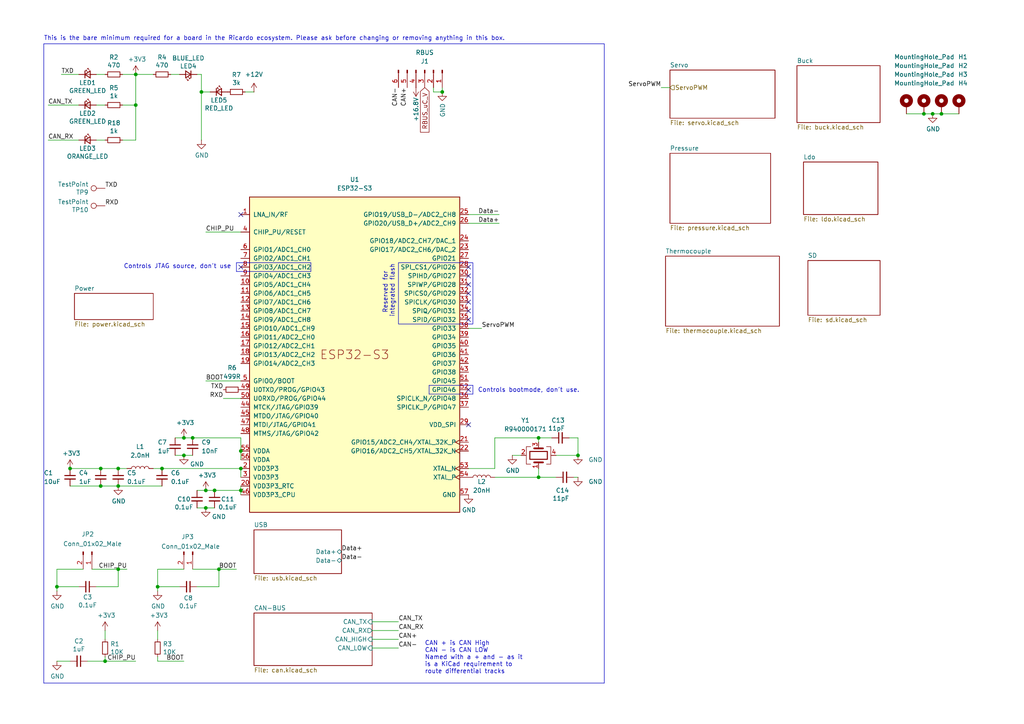
<source format=kicad_sch>
(kicad_sch (version 20250114) (generator "eeschema") (generator_version "9.0")
  (paper "A4")
  (lib_symbols
    (symbol "Connector:Conn_01x02_Male" (pin_names (offset 1.016) (hide yes))
      (property "Reference" "J" (at 0 2.54 0))
      (property "Value" "Conn_01x02_Male" (at 0 -5.08 0))
      (symbol "Conn_01x02_Male_1_1"
        (rectangle (start 0.8636 0.127) (end 0 -0.127) (stroke (width 0.1524)) (fill (type outline)))
        (rectangle (start 0.8636 -2.413) (end 0 -2.667) (stroke (width 0.1524)) (fill (type outline)))
        (polyline (pts (xy 1.27 0) (xy 0.8636 0)) (stroke (width 0.1524)))
        (polyline (pts (xy 1.27 -2.54) (xy 0.8636 -2.54)) (stroke (width 0.1524)))
        (pin passive line (at 5.08 0 180) (length 3.81) (name "Pin_1") (number "1"))
        (pin passive line (at 5.08 -2.54 180) (length 3.81) (name "Pin_2") (number "2"))
      )
    )
    (symbol "Connector:Conn_01x06_Male" (pin_names (offset 1.016) (hide yes))
      (property "Reference" "J" (at 0 7.62 0))
      (property "Value" "Conn_01x06_Male" (at 0 -10.16 0))
      (symbol "Conn_01x06_Male_1_1"
        (rectangle (start 0.8636 5.207) (end 0 4.953) (stroke (width 0.1524)) (fill (type outline)))
        (rectangle (start 0.8636 2.667) (end 0 2.413) (stroke (width 0.1524)) (fill (type outline)))
        (rectangle (start 0.8636 0.127) (end 0 -0.127) (stroke (width 0.1524)) (fill (type outline)))
        (rectangle (start 0.8636 -2.413) (end 0 -2.667) (stroke (width 0.1524)) (fill (type outline)))
        (rectangle (start 0.8636 -4.953) (end 0 -5.207) (stroke (width 0.1524)) (fill (type outline)))
        (rectangle (start 0.8636 -7.493) (end 0 -7.747) (stroke (width 0.1524)) (fill (type outline)))
        (polyline (pts (xy 1.27 5.08) (xy 0.8636 5.08)) (stroke (width 0.1524)))
        (polyline (pts (xy 1.27 2.54) (xy 0.8636 2.54)) (stroke (width 0.1524)))
        (polyline (pts (xy 1.27 0) (xy 0.8636 0)) (stroke (width 0.1524)))
        (polyline (pts (xy 1.27 -2.54) (xy 0.8636 -2.54)) (stroke (width 0.1524)))
        (polyline (pts (xy 1.27 -5.08) (xy 0.8636 -5.08)) (stroke (width 0.1524)))
        (polyline (pts (xy 1.27 -7.62) (xy 0.8636 -7.62)) (stroke (width 0.1524)))
        (pin passive line (at 5.08 5.08 180) (length 3.81) (name "Pin_1") (number "1"))
        (pin passive line (at 5.08 2.54 180) (length 3.81) (name "Pin_2") (number "2"))
        (pin passive line (at 5.08 0 180) (length 3.81) (name "Pin_3") (number "3"))
        (pin passive line (at 5.08 -2.54 180) (length 3.81) (name "Pin_4") (number "4"))
        (pin passive line (at 5.08 -5.08 180) (length 3.81) (name "Pin_5") (number "5"))
        (pin passive line (at 5.08 -7.62 180) (length 3.81) (name "Pin_6") (number "6"))
      )
    )
    (symbol "Connector:TestPoint" (pin_numbers (hide yes)) (pin_names (offset 0.762) (hide yes))
      (property "Reference" "TP" (at 0 6.858 0))
      (property "Value" "TestPoint" (at 0 5.08 0))
      (symbol "TestPoint_0_1"
        (circle (center 0 3.302) (radius 0.762))
      )
      (symbol "TestPoint_1_1"
        (pin passive line (at 0 0 90) (length 2.54) (name "1") (number "1"))
      )
    )
    (symbol "Device:C_Small" (pin_numbers (hide yes)) (pin_names (offset 0.254) (hide yes))
      (property "Reference" "C" (at 0.254 1.778 0))
      (property "Value" "C_Small" (at 0.254 -2.032 0))
      (symbol "C_Small_0_1"
        (polyline (pts (xy -1.524 0.508) (xy 1.524 0.508)) (stroke (width 0.3048)))
        (polyline (pts (xy -1.524 -0.508) (xy 1.524 -0.508)) (stroke (width 0.3302)))
      )
      (symbol "C_Small_1_1"
        (pin passive line (at 0 2.54 270) (length 2.032) (name "~") (number "1"))
        (pin passive line (at 0 -2.54 90) (length 2.032) (name "~") (number "2"))
      )
    )
    (symbol "Device:Crystal_GND24" (pin_names (offset 1.016) (hide yes))
      (property "Reference" "Y" (at 3.175 5.08 0))
      (property "Value" "Crystal_GND24" (at 3.175 3.175 0))
      (symbol "Crystal_GND24_0_1"
        (polyline (pts (xy -2.54 2.286) (xy -2.54 3.556) (xy 2.54 3.556) (xy 2.54 2.286)))
        (polyline (pts (xy -2.54 0) (xy -2.032 0)))
        (polyline (pts (xy -2.54 -2.286) (xy -2.54 -3.556) (xy 2.54 -3.556) (xy 2.54 -2.286)))
        (polyline (pts (xy -2.032 -1.27) (xy -2.032 1.27)) (stroke (width 0.508)))
        (rectangle (start -1.143 2.54) (end 1.143 -2.54) (stroke (width 0.3048)))
        (polyline (pts (xy 0 3.556) (xy 0 3.81)))
        (polyline (pts (xy 0 -3.81) (xy 0 -3.556)))
        (polyline (pts (xy 2.032 0) (xy 2.54 0)))
        (polyline (pts (xy 2.032 -1.27) (xy 2.032 1.27)) (stroke (width 0.508)))
      )
      (symbol "Crystal_GND24_1_1"
        (pin passive line (at -3.81 0 0) (length 1.27) (name "1") (number "1"))
        (pin passive line (at 0 5.08 270) (length 1.27) (name "2") (number "2"))
        (pin passive line (at 0 -5.08 90) (length 1.27) (name "4") (number "4"))
        (pin passive line (at 3.81 0 180) (length 1.27) (name "3") (number "3"))
      )
    )
    (symbol "Device:L" (pin_numbers (hide yes)) (pin_names (offset 1.016) (hide yes))
      (property "Reference" "L" (at -1.27 0 90))
      (property "Value" "L" (at 1.905 0 90))
      (symbol "L_0_1"
        (arc (start 0 2.54) (mid 0.6323 1.905) (end 0 1.27))
        (arc (start 0 1.27) (mid 0.6323 0.635) (end 0 0))
        (arc (start 0 0) (mid 0.6323 -0.635) (end 0 -1.27))
        (arc (start 0 -1.27) (mid 0.6323 -1.905) (end 0 -2.54))
      )
      (symbol "L_1_1"
        (pin passive line (at 0 3.81 270) (length 1.27) (name "1") (number "1"))
        (pin passive line (at 0 -3.81 90) (length 1.27) (name "2") (number "2"))
      )
    )
    (symbol "Device:LED_Small" (pin_numbers (hide yes)) (pin_names (offset 0.254) (hide yes))
      (property "Reference" "D" (at -1.27 3.175 0))
      (property "Value" "LED_Small" (at -4.445 -2.54 0))
      (symbol "LED_Small_0_1"
        (polyline (pts (xy -0.762 -1.016) (xy -0.762 1.016)) (stroke (width 0.254)))
        (polyline (pts (xy 0 0.762) (xy -0.508 1.27) (xy -0.254 1.27) (xy -0.508 1.27) (xy -0.508 1.016)))
        (polyline (pts (xy 0.508 1.27) (xy 0 1.778) (xy 0.254 1.778) (xy 0 1.778) (xy 0 1.524)))
        (polyline (pts (xy 0.762 -1.016) (xy -0.762 0) (xy 0.762 1.016) (xy 0.762 -1.016)) (stroke (width 0.254)))
        (polyline (pts (xy 1.016 0) (xy -0.762 0)))
      )
      (symbol "LED_Small_1_1"
        (pin passive line (at -2.54 0 0) (length 1.778) (name "K") (number "1"))
        (pin passive line (at 2.54 0 180) (length 1.778) (name "A") (number "2"))
      )
    )
    (symbol "Device:R_Small" (pin_numbers (hide yes)) (pin_names (offset 0.254) (hide yes))
      (property "Reference" "R" (at 0.762 0.508 0))
      (property "Value" "R_Small" (at 0.762 -1.016 0))
      (symbol "R_Small_0_1"
        (rectangle (start -0.762 1.778) (end 0.762 -1.778) (stroke (width 0.2032)))
      )
      (symbol "R_Small_1_1"
        (pin passive line (at 0 2.54 270) (length 0.762) (name "~") (number "1"))
        (pin passive line (at 0 -2.54 90) (length 0.762) (name "~") (number "2"))
      )
    )
    (symbol "Espressif:ESP32-S3" (pin_names (offset 1.016))
      (property "Reference" "U" (at 0 48.26 0))
      (property "Value" "ESP32-S3" (at 0 -48.26 0))
      (symbol "ESP32-S3_0_0"
        (text "ESP32-S3" (at 0 0 0) (effects (font (size 2.54 2.54))))
        (pin bidirectional line (at 33.02 -12.7 180) (length 2.54) (name "SPICLK_N/GPIO48") (number "36"))
        (pin bidirectional line (at 33.02 -15.24 180) (length 2.54) (name "SPICLK_P/GPIO47") (number "37"))
      )
      (symbol "ESP32-S3_0_1"
        (rectangle (start -30.48 45.72) (end 30.48 -45.72) (stroke (width 0.254)) (fill (type background)))
      )
      (symbol "ESP32-S3_1_1"
        (pin bidirectional line (at -33.02 40.64 0) (length 2.54) (name "LNA_IN/RF") (number "1"))
        (pin input line (at -33.02 35.56 0) (length 2.54) (name "CHIP_PU/RESET") (number "4"))
        (pin bidirectional line (at -33.02 30.48 0) (length 2.54) (name "GPIO1/ADC1_CH0") (number "6"))
        (pin bidirectional line (at -33.02 27.94 0) (length 2.54) (name "GPIO2/ADC1_CH1") (number "7"))
        (pin bidirectional line (at -33.02 25.4 0) (length 2.54) (name "GPIO3/ADC1_CH2") (number "8"))
        (pin bidirectional line (at -33.02 22.86 0) (length 2.54) (name "GPIO4/ADC1_CH3") (number "9"))
        (pin bidirectional line (at -33.02 20.32 0) (length 2.54) (name "GPIO5/ADC1_CH4") (number "10"))
        (pin bidirectional line (at -33.02 17.78 0) (length 2.54) (name "GPIO6/ADC1_CH5") (number "11"))
        (pin bidirectional line (at -33.02 15.24 0) (length 2.54) (name "GPIO7/ADC1_CH6") (number "12"))
        (pin bidirectional line (at -33.02 12.7 0) (length 2.54) (name "GPIO8/ADC1_CH7") (number "13"))
        (pin bidirectional line (at -33.02 10.16 0) (length 2.54) (name "GPIO9/ADC1_CH8") (number "14"))
        (pin bidirectional line (at -33.02 7.62 0) (length 2.54) (name "GPIO10/ADC1_CH9") (number "15"))
        (pin bidirectional line (at -33.02 5.08 0) (length 2.54) (name "GPIO11/ADC2_CH0") (number "16"))
        (pin bidirectional line (at -33.02 2.54 0) (length 2.54) (name "GPIO12/ADC2_CH1") (number "17"))
        (pin bidirectional line (at -33.02 0 0) (length 2.54) (name "GPIO13/ADC2_CH2") (number "18"))
        (pin bidirectional line (at -33.02 -2.54 0) (length 2.54) (name "GPIO14/ADC2_CH3") (number "19"))
        (pin bidirectional line (at -33.02 -7.62 0) (length 2.54) (name "GPIO0/BOOT") (number "5"))
        (pin bidirectional line (at -33.02 -10.16 0) (length 2.54) (name "U0TXD/PROG/GPIO43") (number "49"))
        (pin bidirectional line (at -33.02 -12.7 0) (length 2.54) (name "U0RXD/PROG/GPIO44") (number "50"))
        (pin bidirectional line (at -33.02 -15.24 0) (length 2.54) (name "MTCK/JTAG/GPIO39") (number "44"))
        (pin bidirectional line (at -33.02 -17.78 0) (length 2.54) (name "MTDO/JTAG/GPIO40") (number "45"))
        (pin bidirectional line (at -33.02 -20.32 0) (length 2.54) (name "MTDI/JTAG/GPIO41") (number "47"))
        (pin bidirectional line (at -33.02 -22.86 0) (length 2.54) (name "MTMS/JTAG/GPIO42") (number "48"))
        (pin power_in line (at -33.02 -27.94 0) (length 2.54) (name "VDDA") (number "55"))
        (pin power_in line (at -33.02 -30.48 0) (length 2.54) (name "VDDA") (number "56"))
        (pin power_in line (at -33.02 -33.02 0) (length 2.54) (name "VDD3P3") (number "2"))
        (pin power_in line (at -33.02 -35.56 0) (length 2.54) (name "VDD3P3") (number "3"))
        (pin power_in line (at -33.02 -38.1 0) (length 2.54) (name "VDD3P3_RTC") (number "20"))
        (pin power_in line (at -33.02 -40.64 0) (length 2.54) (name "VDD3P3_CPU") (number "46"))
        (pin bidirectional line (at 33.02 40.64 180) (length 2.54) (name "GPIO19/USB_D-/ADC2_CH8") (number "25"))
        (pin bidirectional line (at 33.02 38.1 180) (length 2.54) (name "GPIO20/USB_D+/ADC2_CH9") (number "26"))
        (pin bidirectional line (at 33.02 33.02 180) (length 2.54) (name "GPIO18/ADC2_CH7/DAC_1") (number "24"))
        (pin bidirectional line (at 33.02 30.48 180) (length 2.54) (name "GPIO17/ADC2_CH6/DAC_2") (number "23"))
        (pin bidirectional line (at 33.02 27.94 180) (length 2.54) (name "GPIO21") (number "27"))
        (pin bidirectional line (at 33.02 25.4 180) (length 2.54) (name "SPI_CS1/GPIO26") (number "28"))
        (pin bidirectional line (at 33.02 22.86 180) (length 2.54) (name "SPIHD/GPIO27") (number "30"))
        (pin bidirectional line (at 33.02 20.32 180) (length 2.54) (name "SPIWP/GPIO28") (number "31"))
        (pin bidirectional line (at 33.02 17.78 180) (length 2.54) (name "SPICS0/GPIO29") (number "32"))
        (pin bidirectional line (at 33.02 15.24 180) (length 2.54) (name "SPICLK/GPIO30") (number "33"))
        (pin bidirectional line (at 33.02 12.7 180) (length 2.54) (name "SPIQ/GPIO31") (number "34"))
        (pin bidirectional line (at 33.02 10.16 180) (length 2.54) (name "SPID/GPIO32") (number "35"))
        (pin bidirectional line (at 33.02 7.62 180) (length 2.54) (name "GPIO33") (number "38"))
        (pin bidirectional line (at 33.02 5.08 180) (length 2.54) (name "GPIO34") (number "39"))
        (pin bidirectional line (at 33.02 2.54 180) (length 2.54) (name "GPIO35") (number "40"))
        (pin bidirectional line (at 33.02 0 180) (length 2.54) (name "GPIO36") (number "41"))
        (pin bidirectional line (at 33.02 -2.54 180) (length 2.54) (name "GPIO37") (number "42"))
        (pin bidirectional line (at 33.02 -5.08 180) (length 2.54) (name "GPIO38") (number "43"))
        (pin bidirectional line (at 33.02 -7.62 180) (length 2.54) (name "GPIO45") (number "51"))
        (pin bidirectional line (at 33.02 -10.16 180) (length 2.54) (name "GPIO46") (number "52"))
        (pin power_out line (at 33.02 -20.32 180) (length 2.54) (name "VDD_SPI") (number "29"))
        (pin input clock (at 33.02 -25.4 180) (length 2.54) (name "GPIO15/ADC2_CH4/XTAL_32K_P") (number "21"))
        (pin output clock (at 33.02 -27.94 180) (length 2.54) (name "GPIO16/ADC2_CH5/XTAL_32K_N") (number "22"))
        (pin input clock (at 33.02 -33.02 180) (length 2.54) (name "XTAL_N") (number "53"))
        (pin output clock (at 33.02 -35.56 180) (length 2.54) (name "XTAL_P") (number "54"))
        (pin power_in line (at 33.02 -40.64 180) (length 2.54) (name "GND") (number "57"))
      )
    )
    (symbol "Mechanical:MountingHole_Pad" (pin_numbers (hide yes)) (pin_names (offset 1.016) (hide yes)) (exclude_from_sim yes) (in_bom no)
      (property "Reference" "H" (at 0 6.35 0))
      (property "Value" "MountingHole_Pad" (at 0 4.445 0))
      (symbol "MountingHole_Pad_0_1"
        (circle (center 0 1.27) (radius 1.27) (stroke (width 1.27)))
      )
      (symbol "MountingHole_Pad_1_1"
        (pin input line (at 0 -2.54 90) (length 2.54) (name "1") (number "1"))
      )
    )
    (symbol "power:+12V" (power) (pin_numbers (hide yes)) (pin_names (offset 0) (hide yes))
      (property "Value" "+12V" (at 0 3.556 0))
      (symbol "+12V_0_1"
        (polyline (pts (xy -0.762 1.27) (xy 0 2.54)))
        (polyline (pts (xy 0 2.54) (xy 0.762 1.27)))
        (polyline (pts (xy 0 0) (xy 0 2.54)))
      )
      (symbol "+12V_1_1"
        (pin power_in line (at 0 0 90) (length 0) (name "~") (number "1"))
      )
    )
    (symbol "power:+3.3V" (power) (pin_numbers (hide yes)) (pin_names (offset 0) (hide yes))
      (property "Value" "+3.3V" (at 0 3.556 0))
      (symbol "+3.3V_0_1"
        (polyline (pts (xy -0.762 1.27) (xy 0 2.54)))
        (polyline (pts (xy 0 2.54) (xy 0.762 1.27)))
        (polyline (pts (xy 0 0) (xy 0 2.54)))
      )
      (symbol "+3.3V_1_1"
        (pin power_in line (at 0 0 90) (length 0) (name "~") (number "1"))
      )
    )
    (symbol "power:GND" (power) (pin_numbers (hide yes)) (pin_names (offset 0) (hide yes))
      (property "Value" "GND" (at 0 -3.81 0))
      (symbol "GND_0_1"
        (polyline (pts (xy 0 0) (xy 0 -1.27) (xy 1.27 -1.27) (xy 0 -2.54) (xy -1.27 -1.27) (xy 0 -1.27)))
      )
      (symbol "GND_1_1"
        (pin power_in line (at 0 0 270) (length 0) (name "~") (number "1"))
      )
    )
  )
  (rectangle (start 115.57 76.2) (end 137.16 93.98))
  (text "Controls bootmode, don't use.\n" (at 138.5894 113.9757 0) (effects (font (size 1.27 1.27)) (justify left bottom)))
  (text "This is the bare minimum required for a board in the Ricardo ecosystem. Please ask before changing or removing anything in this box.\n\n" (at 12.7 13.97 0) (effects (font (size 1.27 1.27)) (justify left bottom)))
  (text "CAN + is CAN High\nCAN - is CAN LOW\nNamed with a + and - as it\nis a KiCad requirement to\nroute differential tracks\n" (at 123.19 195.58 0) (effects (font (size 1.27 1.27)) (justify left bottom)))
  (text "Controls JTAG source, don't use\n" (at 67.0857 78.0878 0) (effects (font (size 1.27 1.27)) (justify right bottom)))
  (text "Reserved for \nintegrated flash" (at 112.776 84.328 90) (effects (font (size 1.27 1.27))))
  (junction (at 39.37 21.59))
  (junction (at 59.69 142.24))
  (junction (at 53.34 127))
  (junction (at 58.42 26.67))
  (junction (at 39.37 30.48))
  (junction (at 30.48 191.77))
  (junction (at 69.85 142.24))
  (junction (at 55.88 127))
  (junction (at 63.5 165.1))
  (junction (at 59.69 147.32))
  (junction (at 62.23 142.24))
  (junction (at 34.29 135.89))
  (junction (at 20.32 135.89))
  (junction (at 45.72 170.18))
  (junction (at 29.21 135.89))
  (junction (at 34.29 140.97))
  (junction (at 156.21 127))
  (junction (at 273.05 33.02))
  (junction (at 53.34 132.08))
  (junction (at 156.21 138.43))
  (junction (at 69.85 130.81))
  (junction (at 29.21 140.97))
  (junction (at 16.51 170.18))
  (junction (at 270.51 33.02))
  (junction (at 267.97 33.02))
  (junction (at 167.64 132.08))
  (junction (at 46.99 135.89))
  (junction (at 128.27 26.67))
  (junction (at 34.29 165.1))
  (junction (at 69.85 135.89))
  (no_connect (at 135.89 77.47))
  (no_connect (at 135.89 87.63))
  (no_connect (at 135.89 85.09))
  (no_connect (at 135.89 90.17))
  (no_connect (at 135.89 80.01))
  (no_connect (at 135.89 92.71))
  (no_connect (at 69.85 77.47))
  (no_connect (at 69.85 62.23))
  (no_connect (at 135.89 113.03))
  (no_connect (at 135.89 82.55))
  (no_connect (at 135.89 123.19))
  (wire (pts (xy 30.48 191.77) (xy 30.48 190.5)))
  (wire (pts (xy 135.89 62.23) (xy 144.78 62.23)))
  (wire (pts (xy 69.85 135.89) (xy 69.85 138.43)))
  (polyline (pts (xy 90.17 78.74) (xy 68.58 78.74)))
  (wire (pts (xy 63.5 170.18) (xy 63.5 165.1)))
  (polyline (pts (xy 68.58 76.2) (xy 68.58 78.74)))
  (wire (pts (xy 60.96 26.67) (xy 58.42 26.67)))
  (wire (pts (xy 16.51 191.77) (xy 20.32 191.77)))
  (wire (pts (xy 107.95 180.34) (xy 115.57 180.34)))
  (wire (pts (xy 128.27 25.4) (xy 128.27 26.67)))
  (wire (pts (xy 160.02 127) (xy 156.21 127)))
  (wire (pts (xy 35.56 30.48) (xy 39.37 30.48)))
  (wire (pts (xy 45.72 165.1) (xy 53.34 165.1)))
  (wire (pts (xy 125.73 26.67) (xy 128.27 26.67)))
  (wire (pts (xy 58.42 21.59) (xy 57.15 21.59)))
  (wire (pts (xy 29.21 135.89) (xy 34.29 135.89)))
  (wire (pts (xy 143.51 138.43) (xy 156.21 138.43)))
  (wire (pts (xy 59.69 110.49) (xy 69.85 110.49)))
  (polyline (pts (xy 12.7 12.7) (xy 12.7 198.12)))
  (wire (pts (xy 267.97 33.02) (xy 262.89 33.02)))
  (wire (pts (xy 16.51 170.18) (xy 16.51 171.45)))
  (wire (pts (xy 57.15 170.18) (xy 63.5 170.18)))
  (polyline (pts (xy 137.16 111.76) (xy 137.16 114.3)))
  (wire (pts (xy 68.58 165.1) (xy 63.5 165.1)))
  (wire (pts (xy 139.7 95.25) (xy 135.89 95.25)))
  (wire (pts (xy 27.94 21.59) (xy 30.48 21.59)))
  (wire (pts (xy 16.51 165.1) (xy 16.51 170.18)))
  (wire (pts (xy 161.29 132.08) (xy 167.64 132.08)))
  (wire (pts (xy 30.48 182.88) (xy 30.48 185.42)))
  (wire (pts (xy 57.15 147.32) (xy 59.69 147.32)))
  (polyline (pts (xy 68.58 76.2) (xy 90.17 76.2)))
  (wire (pts (xy 34.29 135.89) (xy 36.83 135.89)))
  (wire (pts (xy 69.85 142.24) (xy 69.85 143.51)))
  (wire (pts (xy 62.23 142.24) (xy 69.85 142.24)))
  (wire (pts (xy 64.77 115.57) (xy 69.85 115.57)))
  (wire (pts (xy 53.34 132.08) (xy 55.88 132.08)))
  (wire (pts (xy 143.51 135.89) (xy 143.51 127)))
  (wire (pts (xy 156.21 127) (xy 156.21 128.27)))
  (wire (pts (xy 34.29 165.1) (xy 36.83 165.1)))
  (wire (pts (xy 191.77 25.4) (xy 194.31 25.4)))
  (wire (pts (xy 50.8 132.08) (xy 53.34 132.08)))
  (polyline (pts (xy 124.46 111.76) (xy 124.46 114.3)))
  (wire (pts (xy 35.56 40.64) (xy 39.37 40.64)))
  (polyline (pts (xy 12.7 12.7) (xy 175.26 12.7)))
  (wire (pts (xy 39.37 30.48) (xy 39.37 40.64)))
  (wire (pts (xy 44.45 135.89) (xy 46.99 135.89)))
  (wire (pts (xy 69.85 130.81) (xy 69.85 133.35)))
  (wire (pts (xy 39.37 30.48) (xy 39.37 21.59)))
  (wire (pts (xy 22.86 170.18) (xy 16.51 170.18)))
  (wire (pts (xy 27.94 40.64) (xy 30.48 40.64)))
  (wire (pts (xy 50.8 127) (xy 53.34 127)))
  (wire (pts (xy 17.78 21.59) (xy 22.86 21.59)))
  (wire (pts (xy 13.97 30.48) (xy 22.86 30.48)))
  (wire (pts (xy 52.07 170.18) (xy 45.72 170.18)))
  (wire (pts (xy 278.13 33.02) (xy 273.05 33.02)))
  (wire (pts (xy 29.21 140.97) (xy 34.29 140.97)))
  (wire (pts (xy 35.56 21.59) (xy 39.37 21.59)))
  (wire (pts (xy 55.88 127) (xy 69.85 127)))
  (wire (pts (xy 107.95 187.96) (xy 115.57 187.96)))
  (wire (pts (xy 107.95 182.88) (xy 115.57 182.88)))
  (wire (pts (xy 69.85 127) (xy 69.85 130.81)))
  (polyline (pts (xy 137.16 114.3) (xy 124.46 114.3)))
  (wire (pts (xy 55.88 165.1) (xy 63.5 165.1)))
  (wire (pts (xy 125.73 25.4) (xy 125.73 26.67)))
  (wire (pts (xy 25.4 191.77) (xy 30.48 191.77)))
  (wire (pts (xy 273.05 33.02) (xy 270.51 33.02)))
  (wire (pts (xy 135.89 135.89) (xy 143.51 135.89)))
  (wire (pts (xy 45.72 170.18) (xy 45.72 171.45)))
  (wire (pts (xy 45.72 191.77) (xy 45.72 190.5)))
  (wire (pts (xy 49.53 21.59) (xy 52.07 21.59)))
  (wire (pts (xy 148.59 132.08) (xy 151.13 132.08)))
  (wire (pts (xy 58.42 21.59) (xy 58.42 26.67)))
  (wire (pts (xy 161.29 138.43) (xy 156.21 138.43)))
  (wire (pts (xy 59.69 67.31) (xy 69.85 67.31)))
  (wire (pts (xy 53.34 191.77) (xy 45.72 191.77)))
  (wire (pts (xy 58.42 26.67) (xy 58.42 40.64)))
  (wire (pts (xy 156.21 135.89) (xy 156.21 138.43)))
  (wire (pts (xy 34.29 170.18) (xy 34.29 165.1)))
  (polyline (pts (xy 90.17 76.2) (xy 90.17 78.74)))
  (wire (pts (xy 143.51 127) (xy 156.21 127)))
  (wire (pts (xy 167.64 138.43) (xy 166.37 138.43)))
  (wire (pts (xy 20.32 135.89) (xy 29.21 135.89)))
  (wire (pts (xy 167.64 127) (xy 167.64 132.08)))
  (wire (pts (xy 13.97 40.64) (xy 22.86 40.64)))
  (wire (pts (xy 39.37 21.59) (xy 44.45 21.59)))
  (polyline (pts (xy 124.46 111.76) (xy 137.16 111.76)))
  (wire (pts (xy 59.69 147.32) (xy 62.23 147.32)))
  (wire (pts (xy 30.48 191.77) (xy 39.37 191.77)))
  (wire (pts (xy 270.51 33.02) (xy 267.97 33.02)))
  (wire (pts (xy 107.95 185.42) (xy 115.57 185.42)))
  (wire (pts (xy 53.34 127) (xy 55.88 127)))
  (wire (pts (xy 73.66 26.67) (xy 71.12 26.67)))
  (wire (pts (xy 46.99 135.89) (xy 69.85 135.89)))
  (polyline (pts (xy 175.26 12.7) (xy 175.26 198.12)))
  (wire (pts (xy 27.94 30.48) (xy 30.48 30.48)))
  (wire (pts (xy 34.29 140.97) (xy 46.99 140.97)))
  (wire (pts (xy 135.89 64.77) (xy 144.78 64.77)))
  (wire (pts (xy 27.94 170.18) (xy 34.29 170.18)))
  (wire (pts (xy 45.72 165.1) (xy 45.72 170.18)))
  (wire (pts (xy 59.69 142.24) (xy 62.23 142.24)))
  (wire (pts (xy 57.15 142.24) (xy 59.69 142.24)))
  (wire (pts (xy 20.32 140.97) (xy 29.21 140.97)))
  (wire (pts (xy 69.85 142.24) (xy 69.85 140.97)))
  (wire (pts (xy 167.64 127) (xy 165.1 127)))
  (wire (pts (xy 26.67 165.1) (xy 34.29 165.1)))
  (wire (pts (xy 45.72 182.88) (xy 45.72 185.42)))
  (wire (pts (xy 16.51 165.1) (xy 24.13 165.1)))
  (polyline (pts (xy 175.26 198.12) (xy 12.7 198.12)))
  (label "ServoPWM" (at 191.77 25.4 180))
  (label "CHIP_PU" (at 36.83 165.1 180))
  (label "CAN+" (at 115.57 185.42 0))
  (label "Data+" (at 99.06 160.02 0) (property "Netclass" "USB" (effects (hide yes))))
  (label "RXD" (at 30.48 59.69 0))
  (label "Data-" (at 99.06 162.56 0) (property "Netclass" "USB" (effects (hide yes))))
  (label "BOOT" (at 53.34 191.77 180))
  (label "TXD" (at 30.48 54.61 0))
  (label "CAN_RX" (at 13.97 40.64 0))
  (label "CAN-" (at 115.57 25.4 270))
  (label "CAN+" (at 118.11 25.4 270))
  (label "CAN_TX" (at 115.57 180.34 0))
  (label "BOOT" (at 68.58 165.1 180))
  (label "RXD" (at 64.77 115.57 180))
  (label "BOOT" (at 59.69 110.49 0))
  (label "TXD" (at 64.77 113.03 180))
  (label "CAN_TX" (at 13.97 30.48 0))
  (label "CHIP_PU" (at 59.69 67.31 0))
  (label "CAN_RX" (at 115.57 182.88 0))
  (label "Data+" (at 144.78 64.77 180))
  (label "Data-" (at 144.78 62.23 180))
  (label "CAN-" (at 115.57 187.96 0))
  (label "ServoPWM" (at 139.7 95.25 0))
  (label "TXD" (at 17.78 21.59 0))
  (label "CHIP_PU" (at 39.37 191.77 180))
  (global_label "RBUS_uC_V" (shape input) (at 123.19 25.4 270) (property "Intersheetrefs" "${INTERSHEET_REFS}" (effects (hide yes))))
  (hierarchical_label "ServoPWM" (shape input) (at 194.31 25.4 0))
  (symbol (lib_id "power:+3.3V") (at 30.48 182.88 0) (unit 1)
    (property "Reference" "#PWR04" (effects (hide yes)))
    (property "Value" "+3V3" (at 30.861 178.4858 0))
    (property "Description" "Power symbol creates a global label with name \"+3.3V\"" (effects (hide yes)))
  )
  (symbol (lib_id "Device:R_Small") (at 30.48 187.96 0) (unit 1)
    (property "Reference" "R1" (at 31.9786 186.7916 0) (effects (justify left)))
    (property "Value" "10K" (at 31.9786 189.103 0) (effects (justify left)))
    (property "Footprint" "Resistor_SMD:R_0402_1005Metric" (effects (hide yes)))
    (property "Description" "Resistor, small symbol" (effects (hide yes)))
  )
  (symbol (lib_id "Device:C_Small") (at 22.86 191.77 270) (unit 1)
    (property "Reference" "C2" (at 22.86 185.9534 90))
    (property "Value" "1uF" (at 22.86 188.2648 90))
    (property "Footprint" "Capacitor_SMD:C_0402_1005Metric" (effects (hide yes)))
    (property "Description" "Unpolarized capacitor, small symbol" (effects (hide yes)))
  )
  (symbol (lib_id "power:GND") (at 16.51 191.77 0) (unit 1)
    (property "Reference" "#PWR02" (effects (hide yes)))
    (property "Value" "GND" (at 16.637 196.1642 0))
    (property "Description" "Power symbol creates a global label with name \"GND\" , ground" (effects (hide yes)))
  )
  (symbol (lib_id "power:+3.3V") (at 45.72 182.88 0) (unit 1)
    (property "Reference" "#PWR08" (effects (hide yes)))
    (property "Value" "+3V3" (at 46.101 178.4858 0))
    (property "Description" "Power symbol creates a global label with name \"+3.3V\"" (effects (hide yes)))
  )
  (symbol (lib_id "Device:R_Small") (at 45.72 187.96 0) (unit 1)
    (property "Reference" "R3" (at 47.2186 186.7916 0) (effects (justify left)))
    (property "Value" "10K" (at 47.2186 189.103 0) (effects (justify left)))
    (property "Footprint" "Resistor_SMD:R_0402_1005Metric" (effects (hide yes)))
    (property "Description" "Resistor, small symbol" (effects (hide yes)))
  )
  (symbol (lib_id "power:GND") (at 45.72 171.45 0) (unit 1)
    (property "Reference" "#PWR07" (effects (hide yes)))
    (property "Value" "GND" (at 45.847 175.8442 0))
    (property "Description" "Power symbol creates a global label with name \"GND\" , ground" (effects (hide yes)))
  )
  (symbol (lib_id "Device:C_Small") (at 54.61 170.18 270) (unit 1)
    (property "Reference" "C8" (at 54.61 173.4566 90))
    (property "Value" "0.1uF" (at 54.61 175.768 90))
    (property "Footprint" "Capacitor_SMD:C_0402_1005Metric" (effects (hide yes)))
    (property "Description" "Unpolarized capacitor, small symbol" (effects (hide yes)))
  )
  (symbol (lib_id "power:GND") (at 16.51 171.45 0) (unit 1)
    (property "Reference" "#PWR01" (effects (hide yes)))
    (property "Value" "GND" (at 16.637 175.8442 0))
    (property "Description" "Power symbol creates a global label with name \"GND\" , ground" (effects (hide yes)))
  )
  (symbol (lib_id "Device:C_Small") (at 25.4 170.18 270) (unit 1)
    (property "Reference" "C3" (at 25.4 173.2026 90))
    (property "Value" "0.1uF" (at 25.4 175.514 90))
    (property "Footprint" "Capacitor_SMD:C_0402_1005Metric" (effects (hide yes)))
    (property "Description" "Unpolarized capacitor, small symbol" (effects (hide yes)))
  )
  (symbol (lib_id "Device:LED_Small") (at 25.4 21.59 0) (unit 1)
    (property "Reference" "LED1" (at 25.4 24.003 0))
    (property "Value" "GREEN_LED" (at 25.4 26.3144 0))
    (property "Footprint" "LED_SMD:LED_0402_1005Metric" (effects (hide yes)))
    (property "Description" "Light emitting diode, small symbol" (effects (hide yes)))
  )
  (symbol (lib_id "Device:R_Small") (at 33.02 21.59 270) (unit 1)
    (property "Reference" "R2" (at 33.02 16.6116 90))
    (property "Value" "470" (at 33.02 18.923 90))
    (property "Footprint" "Resistor_SMD:R_0402_1005Metric" (effects (hide yes)))
    (property "Description" "Resistor, small symbol" (effects (hide yes)))
  )
  (symbol (lib_id "power:GND") (at 58.42 40.64 0) (unit 1)
    (property "Reference" "#PWR012" (effects (hide yes)))
    (property "Value" "GND" (at 58.547 45.0342 0))
    (property "Description" "Power symbol creates a global label with name \"GND\" , ground" (effects (hide yes)))
  )
  (symbol (lib_id "power:+3.3V") (at 39.37 21.59 0) (unit 1)
    (property "Reference" "#PWR06" (effects (hide yes)))
    (property "Value" "+3V3" (at 39.751 17.1958 0))
    (property "Description" "Power symbol creates a global label with name \"+3.3V\"" (effects (hide yes)))
  )
  (symbol (lib_id "Device:LED_Small") (at 54.61 21.59 180) (unit 1)
    (property "Reference" "LED4" (at 54.61 19.177 0))
    (property "Value" "BLUE_LED" (at 54.61 16.8656 0))
    (property "Footprint" "LED_SMD:LED_0402_1005Metric" (effects (hide yes)))
    (property "Description" "Light emitting diode, small symbol" (effects (hide yes)))
  )
  (symbol (lib_id "Device:R_Small") (at 46.99 21.59 270) (unit 1)
    (property "Reference" "R4" (at 46.99 16.6116 90))
    (property "Value" "470" (at 46.99 18.923 90))
    (property "Footprint" "Resistor_SMD:R_0402_1005Metric" (effects (hide yes)))
    (property "Description" "Resistor, small symbol" (effects (hide yes)))
  )
  (symbol (lib_id "Connector:Conn_01x02_Male") (at 26.67 160.02 270) (unit 1)
    (property "Reference" "JP2" (at 23.622 154.94 90) (effects (justify left)))
    (property "Value" "Conn_01x02_Male" (at 18.288 157.734 90) (effects (justify left)))
    (property "Footprint" "Connector_PinHeader_2.54mm:PinHeader_1x02_P2.54mm_Vertical" (effects (hide yes)))
  )
  (symbol (lib_id "Connector:Conn_01x02_Male") (at 55.88 160.02 270) (unit 1)
    (property "Reference" "JP3" (at 52.578 155.702 90) (effects (justify left)))
    (property "Value" "Conn_01x02_Male" (at 46.736 158.496 90) (effects (justify left)))
    (property "Footprint" "Connector_PinHeader_2.54mm:PinHeader_1x02_P2.54mm_Vertical" (effects (hide yes)))
  )
  (symbol (lib_id "power:GND") (at 128.27 26.67 0) (unit 1)
    (property "Reference" "#PWR018" (effects (hide yes)))
    (property "Value" "GND" (at 128.397 29.9212 90) (effects (justify right)))
    (property "Description" "Power symbol creates a global label with name \"GND\" , ground" (effects (hide yes)))
  )
  (symbol (lib_id "Connector:Conn_01x06_Male") (at 123.19 20.32 270) (unit 1)
    (property "Reference" "J1" (at 123.19 17.78 90))
    (property "Value" "RBUS" (at 123.19 15.24 90))
    (property "Footprint" "iclr:Molex_Mini-Fit_Jr_5569-06A2_2x03_P4.20mm_Horizontal" (effects (hide yes)))
  )
  (symbol (lib_id "Device:LED_Small") (at 63.5 26.67 0) (unit 1)
    (property "Reference" "LED5" (at 63.5 29.083 0))
    (property "Value" "RED_LED" (at 63.5 31.3944 0))
    (property "Footprint" "LED_SMD:LED_0402_1005Metric" (effects (hide yes)))
    (property "Description" "Light emitting diode, small symbol" (effects (hide yes)))
  )
  (symbol (lib_id "Device:R_Small") (at 68.58 26.67 270) (unit 1)
    (property "Reference" "R7" (at 68.58 21.6916 90))
    (property "Value" "3k" (at 68.58 24.003 90))
    (property "Footprint" "Resistor_SMD:R_0402_1005Metric" (effects (hide yes)))
    (property "Description" "Resistor, small symbol" (effects (hide yes)))
  )
  (symbol (lib_id "Device:LED_Small") (at 25.4 30.48 0) (unit 1)
    (property "Reference" "LED2" (at 25.4 32.893 0))
    (property "Value" "GREEN_LED" (at 25.4 35.2044 0))
    (property "Footprint" "LED_SMD:LED_0402_1005Metric" (effects (hide yes)))
    (property "Description" "Light emitting diode, small symbol" (effects (hide yes)))
  )
  (symbol (lib_id "Connector:TestPoint") (at 30.48 54.61 90) (unit 1)
    (property "Reference" "TP9" (at 25.7048 55.7784 90) (effects (justify left)))
    (property "Value" "TestPoint" (at 25.7048 53.467 90) (effects (justify left)))
    (property "Footprint" "TestPoint:TestPoint_Pad_D1.0mm" (effects (hide yes)))
    (property "Description" "test point" (effects (hide yes)))
  )
  (symbol (lib_id "power:GND") (at 167.64 132.08 0) (unit 1)
    (property "Reference" "#PWR021" (effects (hide yes)))
    (property "Value" "GND" (at 172.72 133.35 0))
    (property "Description" "Power symbol creates a global label with name \"GND\" , ground" (effects (hide yes)))
  )
  (symbol (lib_id "power:GND") (at 34.29 140.97 0) (unit 1)
    (property "Reference" "#PWR05" (effects (hide yes)))
    (property "Value" "GND" (at 34.417 145.3642 0))
    (property "Description" "Power symbol creates a global label with name \"GND\" , ground" (effects (hide yes)))
  )
  (symbol (lib_id "Device:C_Small") (at 55.88 129.54 0) (unit 1)
    (property "Reference" "C9" (at 58.42 128.2762 0) (effects (justify left)))
    (property "Value" "10nF" (at 58.42 130.8162 0) (effects (justify left)))
    (property "Footprint" "Capacitor_SMD:C_0402_1005Metric" (effects (hide yes)))
    (property "Description" "Unpolarized capacitor, small symbol" (effects (hide yes)))
  )
  (symbol (lib_id "power:+3.3V") (at 53.34 127 0) (unit 1)
    (property "Reference" "#PWR010" (effects (hide yes)))
    (property "Value" "+3V3" (at 53.721 122.6058 0))
    (property "Description" "Power symbol creates a global label with name \"+3.3V\"" (effects (hide yes)))
  )
  (symbol (lib_id "Mechanical:MountingHole_Pad") (at 267.97 30.48 0) (unit 1)
    (property "Reference" "H2" (at 280.67 19.05 0) (effects (justify right)))
    (property "Value" "MountingHole_Pad" (at 276.86 21.59 0) (effects (justify right)))
    (property "Footprint" "MountingHole:MountingHole_3.2mm_M3_DIN965_Pad" (effects (hide yes)))
    (property "Description" "Mounting Hole with connection" (effects (hide yes)))
  )
  (symbol (lib_id "Device:C_Small") (at 50.8 129.54 0) (unit 1)
    (property "Reference" "C7" (at 45.72 128.27 0) (effects (justify left)))
    (property "Value" "1uF" (at 45.72 130.81 0) (effects (justify left)))
    (property "Footprint" "Capacitor_SMD:C_0402_1005Metric" (effects (hide yes)))
    (property "Description" "Unpolarized capacitor, small symbol" (effects (hide yes)))
  )
  (symbol (lib_id "power:+12V") (at 73.66 26.67 0) (unit 1)
    (property "Reference" "#PWR015" (effects (hide yes)))
    (property "Value" "+12V" (at 73.66 21.59 0))
    (property "Description" "Power symbol creates a global label with name \"+12V\"" (effects (hide yes)))
  )
  (symbol (lib_id "Mechanical:MountingHole_Pad") (at 278.13 30.48 0) (unit 1)
    (property "Reference" "H4" (at 280.67 24.13 0) (effects (justify right)))
    (property "Value" "MountingHole_Pad" (at 276.86 16.51 0) (effects (justify right)))
    (property "Footprint" "MountingHole:MountingHole_3.2mm_M3_DIN965_Pad" (effects (hide yes)))
    (property "Description" "Mounting Hole with connection" (effects (hide yes)))
  )
  (symbol (lib_id "power:GND") (at 59.69 147.32 0) (unit 1)
    (property "Reference" "#PWR014" (effects (hide yes)))
    (property "Value" "GND" (at 63.5 149.86 0))
    (property "Description" "Power symbol creates a global label with name \"GND\" , ground" (effects (hide yes)))
  )
  (symbol (lib_id "power:+12V") (at 120.65 25.4 180) (unit 1)
    (property "Reference" "#PWR017" (effects (hide yes)))
    (property "Value" "+16.8V" (at 120.65 31.75 90))
    (property "Description" "Power symbol creates a global label with name \"+12V\"" (effects (hide yes)))
  )
  (symbol (lib_id "Device:R_Small") (at 33.02 40.64 270) (unit 1)
    (property "Reference" "R18" (at 33.02 35.6616 90))
    (property "Value" "1k" (at 33.02 37.973 90))
    (property "Footprint" "Resistor_SMD:R_0402_1005Metric" (effects (hide yes)))
    (property "Description" "Resistor, small symbol" (effects (hide yes)))
  )
  (symbol (lib_id "Device:LED_Small") (at 25.4 40.64 0) (unit 1)
    (property "Reference" "LED3" (at 25.4 43.053 0))
    (property "Value" "ORANGE_LED" (at 25.4 45.3644 0))
    (property "Footprint" "LED_SMD:LED_0402_1005Metric" (effects (hide yes)))
    (property "Description" "Light emitting diode, small symbol" (effects (hide yes)))
  )
  (symbol (lib_id "Device:C_Small") (at 20.32 138.43 0) (unit 1)
    (property "Reference" "C1" (at 12.7 137.16 0) (effects (justify left)))
    (property "Value" "10uF" (at 12.7 139.7 0) (effects (justify left)))
    (property "Footprint" "Capacitor_SMD:C_0402_1005Metric" (effects (hide yes)))
    (property "Description" "Unpolarized capacitor, small symbol" (effects (hide yes)))
  )
  (symbol (lib_id "Device:C_Small") (at 57.15 144.78 0) (unit 1)
    (property "Reference" "C10" (at 53.34 144.78 0))
    (property "Value" "0.1uF" (at 53.34 147.0914 0))
    (property "Footprint" "Capacitor_SMD:C_0402_1005Metric" (effects (hide yes)))
    (property "Description" "Unpolarized capacitor, small symbol" (effects (hide yes)))
  )
  (symbol (lib_id "Device:C_Small") (at 163.83 138.43 90) (unit 1)
    (property "Reference" "C14" (at 165.1 142.24 90) (effects (justify left)))
    (property "Value" "11pF" (at 165.1 144.5514 90) (effects (justify left)))
    (property "Footprint" "Capacitor_SMD:C_0402_1005Metric" (effects (hide yes)))
    (property "Description" "Unpolarized capacitor, small symbol" (effects (hide yes)))
  )
  (symbol (lib_id "power:GND") (at 167.64 138.43 0) (unit 1)
    (property "Reference" "#PWR022" (effects (hide yes)))
    (property "Value" "GND" (at 172.72 139.7 0))
    (property "Description" "Power symbol creates a global label with name \"GND\" , ground" (effects (hide yes)))
  )
  (symbol (lib_id "Device:C_Small") (at 34.29 138.43 0) (unit 1)
    (property "Reference" "C5" (at 36.83 137.1662 0) (effects (justify left)))
    (property "Value" "0.1uF" (at 36.83 139.7062 0) (effects (justify left)))
    (property "Footprint" "Capacitor_SMD:C_0402_1005Metric" (effects (hide yes)))
    (property "Description" "Unpolarized capacitor, small symbol" (effects (hide yes)))
  )
  (symbol (lib_id "power:GND") (at 53.34 132.08 0) (unit 1)
    (property "Reference" "#PWR011" (effects (hide yes)))
    (property "Value" "GND" (at 57.15 134.62 0))
    (property "Description" "Power symbol creates a global label with name \"GND\" , ground" (effects (hide yes)))
  )
  (symbol (lib_id "Mechanical:MountingHole_Pad") (at 262.89 30.48 0) (unit 1)
    (property "Reference" "H1" (at 280.67 16.51 0) (effects (justify right)))
    (property "Value" "MountingHole_Pad" (at 276.86 24.13 0) (effects (justify right)))
    (property "Footprint" "MountingHole:MountingHole_3.2mm_M3_DIN965_Pad" (effects (hide yes)))
    (property "Description" "Mounting Hole with connection" (effects (hide yes)))
  )
  (symbol (lib_id "Device:R_Small") (at 33.02 30.48 270) (unit 1)
    (property "Reference" "R5" (at 33.02 25.5016 90))
    (property "Value" "1k" (at 33.02 27.813 90))
    (property "Footprint" "Resistor_SMD:R_0402_1005Metric" (effects (hide yes)))
    (property "Description" "Resistor, small symbol" (effects (hide yes)))
  )
  (symbol (lib_id "Device:C_Small") (at 62.23 144.78 0) (unit 1)
    (property "Reference" "C11" (at 66.04 144.78 0))
    (property "Value" "0.1uF" (at 66.04 147.0914 0))
    (property "Footprint" "Capacitor_SMD:C_0402_1005Metric" (effects (hide yes)))
    (property "Description" "Unpolarized capacitor, small symbol" (effects (hide yes)))
  )
  (symbol (lib_id "Device:C_Small") (at 162.56 127 90) (unit 1)
    (property "Reference" "C13" (at 163.83 121.92 90) (effects (justify left)))
    (property "Value" "11pF" (at 163.83 124.2314 90) (effects (justify left)))
    (property "Footprint" "Capacitor_SMD:C_0402_1005Metric" (effects (hide yes)))
    (property "Description" "Unpolarized capacitor, small symbol" (effects (hide yes)))
  )
  (symbol (lib_id "power:GND") (at 148.59 132.08 0) (unit 1)
    (property "Reference" "#PWR020" (effects (hide yes)))
    (property "Value" "GND" (at 148.717 136.4742 0))
    (property "Description" "Power symbol creates a global label with name \"GND\" , ground" (effects (hide yes)))
  )
  (symbol (lib_id "Device:L") (at 139.7 138.43 90) (unit 1)
    (property "Reference" "L2" (at 139.7 139.7 90))
    (property "Value" "20nH" (at 139.7 142.24 90))
    (property "Footprint" "Inductor_SMD:L_0402_1005Metric" (effects (hide yes)))
    (property "Description" "Inductor" (effects (hide yes)))
  )
  (symbol (lib_id "power:+3.3V") (at 59.69 142.24 0) (unit 1)
    (property "Reference" "#PWR013" (effects (hide yes)))
    (property "Value" "+3V3" (at 60.071 137.8458 0))
    (property "Description" "Power symbol creates a global label with name \"+3.3V\"" (effects (hide yes)))
  )
  (symbol (lib_id "Connector:TestPoint") (at 30.48 59.69 90) (unit 1)
    (property "Reference" "TP10" (at 25.7048 60.8584 90) (effects (justify left)))
    (property "Value" "TestPoint" (at 25.7048 58.547 90) (effects (justify left)))
    (property "Footprint" "TestPoint:TestPoint_Pad_D1.0mm" (effects (hide yes)))
    (property "Description" "test point" (effects (hide yes)))
  )
  (symbol (lib_id "Device:L") (at 40.64 135.89 90) (unit 1)
    (property "Reference" "L1" (at 40.64 129.54 90))
    (property "Value" "2.0nH" (at 40.64 132.08 90))
    (property "Footprint" "Inductor_SMD:L_0402_1005Metric" (effects (hide yes)))
    (property "Description" "Inductor" (effects (hide yes)))
  )
  (symbol (lib_id "power:+3.3V") (at 20.32 135.89 0) (unit 1)
    (property "Reference" "#PWR03" (effects (hide yes)))
    (property "Value" "+3V3" (at 20.701 131.4958 0))
    (property "Description" "Power symbol creates a global label with name \"+3.3V\"" (effects (hide yes)))
  )
  (symbol (lib_id "Espressif:ESP32-S3") (at 102.87 102.87 0) (unit 1)
    (property "Reference" "U1" (at 102.87 52.07 0))
    (property "Value" "ESP32-S3" (at 102.87 54.61 0))
    (property "Footprint" "iclr:QFN40P700X700X90-57N" (effects (hide yes)))
    (property "Datasheet" "https://www.espressif.com/sites/default/files/documentation/esp32-s3_datasheet_en.pdf" (effects (hide yes)))
  )
  (symbol (lib_id "Mechanical:MountingHole_Pad") (at 273.05 30.48 0) (unit 1)
    (property "Reference" "H3" (at 280.67 21.59 0) (effects (justify right)))
    (property "Value" "MountingHole_Pad" (at 276.86 19.05 0) (effects (justify right)))
    (property "Footprint" "MountingHole:MountingHole_3.2mm_M3_DIN965_Pad" (effects (hide yes)))
    (property "Description" "Mounting Hole with connection" (effects (hide yes)))
  )
  (symbol (lib_id "power:GND") (at 270.51 33.02 0) (unit 1)
    (property "Reference" "#PWR023" (effects (hide yes)))
    (property "Value" "GND" (at 270.637 37.4142 0))
    (property "Description" "Power symbol creates a global label with name \"GND\" , ground" (effects (hide yes)))
  )
  (symbol (lib_id "Device:Crystal_GND24") (at 156.21 132.08 90) (unit 1)
    (property "Reference" "Y1" (at 152.4 121.92 90))
    (property "Value" "R940000171" (at 152.4 124.46 90))
    (property "Footprint" "iclr:Crystal_SMD_2016-4Pin_2.0x1.6mm" (effects (hide yes)))
    (property "Description" "Four pin crystal, GND on pins 2 and 4" (effects (hide yes)))
  )
  (symbol (lib_id "Device:C_Small") (at 29.21 138.43 0) (unit 1)
    (property "Reference" "C4" (at 22.86 137.16 0) (effects (justify left)))
    (property "Value" "1uF" (at 22.86 139.7 0) (effects (justify left)))
    (property "Footprint" "Capacitor_SMD:C_0402_1005Metric" (effects (hide yes)))
    (property "Description" "Unpolarized capacitor, small symbol" (effects (hide yes)))
  )
  (symbol (lib_id "power:GND") (at 135.89 143.51 0) (unit 1)
    (property "Reference" "#PWR019" (effects (hide yes)))
    (property "Value" "GND" (at 136.017 147.9042 0))
    (property "Description" "Power symbol creates a global label with name \"GND\" , ground" (effects (hide yes)))
  )
  (symbol (lib_id "Device:R_Small") (at 67.31 113.03 90) (unit 1)
    (property "Reference" "R6" (at 67.31 106.68 90))
    (property "Value" "499R" (at 67.31 109.22 90))
    (property "Footprint" "Resistor_SMD:R_0402_1005Metric" (effects (hide yes)))
    (property "Description" "Resistor, small symbol" (effects (hide yes)))
  )
  (symbol (lib_id "Device:C_Small") (at 46.99 138.43 0) (unit 1)
    (property "Reference" "C6" (at 49.53 137.1662 0) (effects (justify left)))
    (property "Value" "0.1uF" (at 49.53 139.7062 0) (effects (justify left)))
    (property "Footprint" "Capacitor_SMD:C_0402_1005Metric" (effects (hide yes)))
    (property "Description" "Unpolarized capacitor, small symbol" (effects (hide yes)))
  )
  (sheet (at 73.66 153.67) (size 25.4 12.7)
    (property "Sheetname" "USB" (at 73.66 152.9584 0) (effects (justify left bottom)))
    (property "Sheetfile" "usb.kicad_sch" (at 73.66 166.9546 0) (effects (justify left top)))
    (pin "Data+" bidirectional (at 99.06 160.02 0))
    (pin "Data-" bidirectional (at 99.06 162.56 0))
  )
  (sheet (at 73.66 177.8) (size 34.29 15.24)
    (property "Sheetname" "CAN-BUS" (at 73.66 177.0884 0) (effects (justify left bottom)))
    (property "Sheetfile" "can.kicad_sch" (at 73.66 193.6246 0) (effects (justify left top)))
    (pin "CAN_TX" input (at 107.95 180.34 0))
    (pin "CAN_RX" output (at 107.95 182.88 0))
    (pin "CAN_HIGH" input (at 107.95 185.42 0))
    (pin "CAN_LOW" input (at 107.95 187.96 0))
  )
  (sheet (at 194.31 44.45) (size 29.21 20.32) (stroke (width 0.1524))
    (property "Sheetname" "Pressure" (at 194.31 43.7384 0) (effects (justify left bottom)))
    (property "Sheetfile" "pressure.kicad_sch" (at 194.31 65.3546 0) (effects (justify left top)))
  )
  (sheet (at 21.59 85.09) (size 22.86 7.62) (stroke (width 0.1524))
    (property "Sheetname" "Power" (at 21.59 84.3784 0) (effects (justify left bottom)))
    (property "Sheetfile" "power.kicad_sch" (at 21.59 93.2946 0) (effects (justify left top)))
  )
  (sheet (at 231.14 19.05) (size 24.13 16.51) (stroke (width 0.1524))
    (property "Sheetname" "Buck" (at 231.14 18.3384 0) (effects (justify left bottom)))
    (property "Sheetfile" "buck.kicad_sch" (at 231.14 36.1446 0) (effects (justify left top)))
  )
  (sheet (at 194.31 20.32) (size 30.48 13.97) (stroke (width 0.1524))
    (property "Sheetname" "Servo" (at 194.31 19.6084 0) (effects (justify left bottom)))
    (property "Sheetfile" "servo.kicad_sch" (at 194.31 34.8746 0) (effects (justify left top)))
  )
  (sheet (at 233.045 46.99) (size 21.59 15.24) (stroke (width 0.1524))
    (property "Sheetname" "Ldo" (at 233.045 46.2784 0) (effects (justify left bottom)))
    (property "Sheetfile" "ldo.kicad_sch" (at 233.045 62.8146 0) (effects (justify left top)))
  )
  (sheet (at 193.04 74.295) (size 33.02 20.32) (stroke (width 0.1524))
    (property "Sheetname" "Thermocouple" (at 193.04 73.5834 0) (effects (justify left bottom)))
    (property "Sheetfile" "thermocouple.kicad_sch" (at 193.04 95.1996 0) (effects (justify left top)))
  )
  (sheet (at 234.315 75.565) (size 20.955 15.875) (stroke (width 0.1524))
    (property "Sheetname" "SD" (at 234.315 74.8534 0) (effects (justify left bottom)))
    (property "Sheetfile" "sd.kicad_sch" (at 234.315 92.0246 0) (effects (justify left top)))
  )
)
</source>
